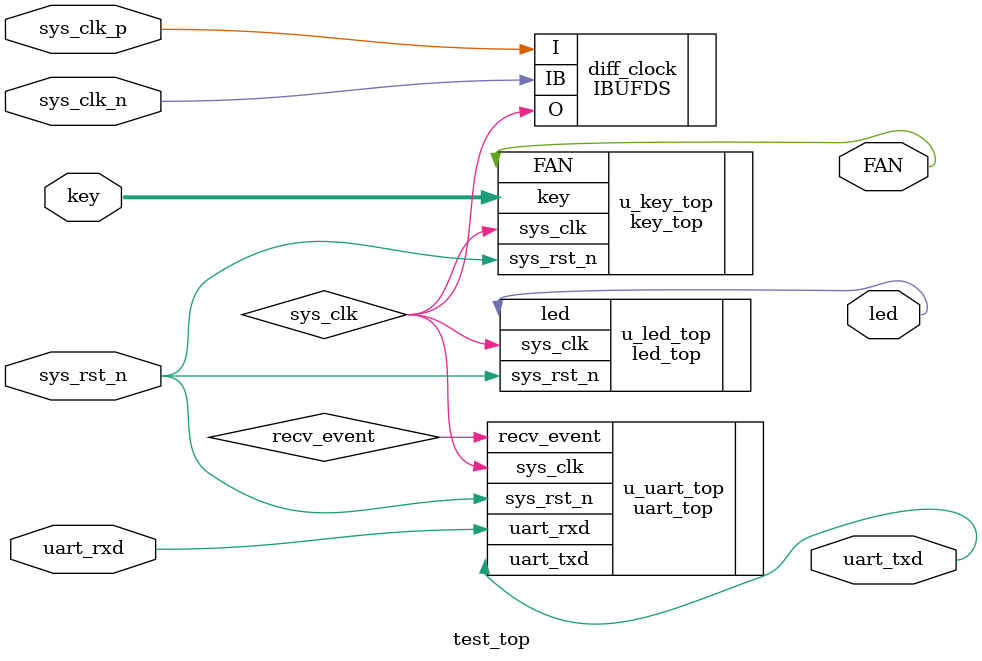
<source format=v>
`timescale 1ns / 1ps


module test_top (
    // Input 
    input               sys_clk_p,  // Ïµ½y²î·ÖÝÈërç
    input               sys_clk_n,  // Ïµ½y²î·ÖÝÈërç
    input               sys_rst_n,  // Ïµ½yÍÎ»£¬µÍëÆ½ÓÐÐ§

    input  [1:0]        key,        // °´æI
    input               uart_rxd,

    // Output 
    output              FAN,        // ïLÉÈ
    output              uart_txd,
    output              led
);

    // wire define
    wire                recv_event;

    //*****************************************************
    //** main code
    //*****************************************************

    // ÞDQ²î·ÖÐÅÌ
    IBUFDS diff_clock (
        .O (sys_clk),   // 1-bit output: Buffer output
        .I (sys_clk_p), // 1-bit input: Diff_p buffer input (connect directly to top-level port)
        .IB(sys_clk_n)  // 1-bit input: Diff_n buffer input (connect directly to top-level port)
    );

    // led
    led_top u_led_top(
        .sys_clk                (sys_clk),
        .sys_rst_n              (sys_rst_n),

        .led                    (led)
    );

    // key
    key_top u_key_top(
        .sys_clk                (sys_clk),
        .sys_rst_n              (sys_rst_n),

        .key                    (key),

        .FAN                    (FAN)
    );

    // uart
    uart_top u_uart_top(
        .sys_clk                (sys_clk),
        .sys_rst_n              (sys_rst_n),

        .uart_rxd               (uart_rxd),
        .uart_txd               (uart_txd),

        .recv_event             (recv_event)
    );


endmodule

</source>
